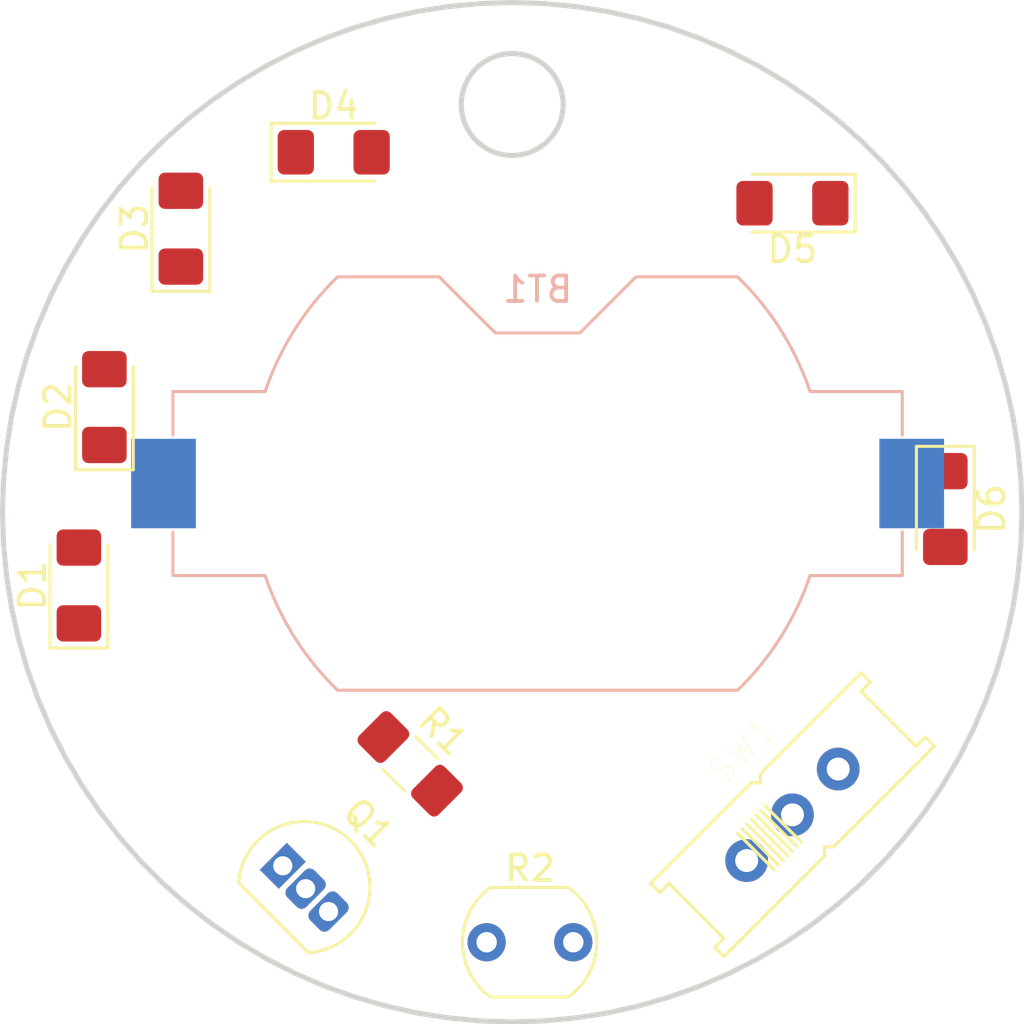
<source format=kicad_pcb>
(kicad_pcb (version 20171130) (host pcbnew "(5.1.6)-1")

  (general
    (thickness 1.6)
    (drawings 200)
    (tracks 0)
    (zones 0)
    (modules 11)
    (nets 6)
  )

  (page A4)
  (layers
    (0 F.Cu signal)
    (31 B.Cu signal)
    (32 B.Adhes user)
    (33 F.Adhes user)
    (34 B.Paste user)
    (35 F.Paste user)
    (36 B.SilkS user)
    (37 F.SilkS user)
    (38 B.Mask user)
    (39 F.Mask user)
    (40 Dwgs.User user)
    (41 Cmts.User user)
    (42 Eco1.User user)
    (43 Eco2.User user)
    (44 Edge.Cuts user)
    (45 Margin user)
    (46 B.CrtYd user)
    (47 F.CrtYd user)
    (48 B.Fab user hide)
    (49 F.Fab user hide)
  )

  (setup
    (last_trace_width 0.25)
    (trace_clearance 0.2)
    (zone_clearance 0.508)
    (zone_45_only no)
    (trace_min 0.2)
    (via_size 0.8)
    (via_drill 0.4)
    (via_min_size 0.4)
    (via_min_drill 0.3)
    (uvia_size 0.3)
    (uvia_drill 0.1)
    (uvias_allowed no)
    (uvia_min_size 0.2)
    (uvia_min_drill 0.1)
    (edge_width 0.05)
    (segment_width 0.2)
    (pcb_text_width 0.3)
    (pcb_text_size 1.5 1.5)
    (mod_edge_width 0.12)
    (mod_text_size 1 1)
    (mod_text_width 0.15)
    (pad_size 1.524 1.524)
    (pad_drill 0.762)
    (pad_to_mask_clearance 0.05)
    (aux_axis_origin 0 0)
    (visible_elements 7FFFFFFF)
    (pcbplotparams
      (layerselection 0x010fc_ffffffff)
      (usegerberextensions false)
      (usegerberattributes true)
      (usegerberadvancedattributes true)
      (creategerberjobfile true)
      (excludeedgelayer true)
      (linewidth 0.100000)
      (plotframeref false)
      (viasonmask false)
      (mode 1)
      (useauxorigin false)
      (hpglpennumber 1)
      (hpglpenspeed 20)
      (hpglpendiameter 15.000000)
      (psnegative false)
      (psa4output false)
      (plotreference true)
      (plotvalue true)
      (plotinvisibletext false)
      (padsonsilk false)
      (subtractmaskfromsilk false)
      (outputformat 1)
      (mirror false)
      (drillshape 1)
      (scaleselection 1)
      (outputdirectory ""))
  )

  (net 0 "")
  (net 1 "Net-(Q1-Pad1)")
  (net 2 "Net-(BT1-Pad2)")
  (net 3 "Net-(BT1-Pad1)")
  (net 4 "Net-(D1-Pad1)")
  (net 5 "Net-(D1-Pad2)")

  (net_class Default "This is the default net class."
    (clearance 0.2)
    (trace_width 0.25)
    (via_dia 0.8)
    (via_drill 0.4)
    (uvia_dia 0.3)
    (uvia_drill 0.1)
    (add_net "Net-(BT1-Pad1)")
    (add_net "Net-(BT1-Pad2)")
    (add_net "Net-(D1-Pad1)")
    (add_net "Net-(D1-Pad2)")
    (add_net "Net-(Q1-Pad1)")
  )

  (module EG1218:EG1218 (layer F.Cu) (tedit 5F6C1A52) (tstamp 5F6C32C9)
    (at 168 112 45)
    (path /5F6AAE13)
    (fp_text reference SW1 (at 0.381 -3.175 45) (layer F.SilkS)
      (effects (font (size 1 1) (thickness 0.015)))
    )
    (fp_text value EG1218 (at 0 0 45) (layer F.Fab)
      (effects (font (size 0.787402 0.787402) (thickness 0.015)))
    )
    (fp_line (start -0.508 -1.016) (end -0.508 1.016) (layer F.SilkS) (width 0.127))
    (fp_line (start -0.762 1.016) (end -0.762 -1.016) (layer F.SilkS) (width 0.127))
    (fp_line (start -1.016 -1.016) (end -1.016 1.016) (layer F.SilkS) (width 0.127))
    (fp_line (start -1.27 1.016) (end -1.27 -1.016) (layer F.SilkS) (width 0.127))
    (fp_line (start -1.524 -1.016) (end -1.524 1.016) (layer F.SilkS) (width 0.127))
    (fp_line (start -1.778 1.016) (end -1.778 -1.016) (layer F.SilkS) (width 0.127))
    (fp_line (start -2.032 -1.016) (end -2.032 1.016) (layer F.SilkS) (width 0.127))
    (fp_line (start -2.286 1.016) (end -2.286 -1.016) (layer Dwgs.User) (width 0.127))
    (fp_line (start 2.286 1.016) (end -2.286 1.016) (layer Dwgs.User) (width 0.127))
    (fp_line (start 2.286 -1.016) (end 2.286 1.016) (layer Dwgs.User) (width 0.127))
    (fp_line (start -2.286 -1.016) (end 2.286 -1.016) (layer Dwgs.User) (width 0.127))
    (fp_line (start -5.842 -1.524) (end -5.842 -2.032) (layer F.SilkS) (width 0.127))
    (fp_line (start -5.334 -1.524) (end -5.842 -1.524) (layer F.SilkS) (width 0.127))
    (fp_line (start -5.334 1.524) (end -5.334 -1.524) (layer F.SilkS) (width 0.127))
    (fp_line (start -5.842 1.524) (end -5.334 1.524) (layer F.SilkS) (width 0.127))
    (fp_line (start -5.842 2.032) (end -5.842 1.524) (layer F.SilkS) (width 0.127))
    (fp_line (start -0.254 2.032) (end -5.842 2.032) (layer F.SilkS) (width 0.127))
    (fp_line (start 0 1.778) (end -0.254 2.032) (layer F.SilkS) (width 0.127))
    (fp_line (start 0.254 2.032) (end 0 1.778) (layer F.SilkS) (width 0.127))
    (fp_line (start 5.842 2.032) (end 0.254 2.032) (layer F.SilkS) (width 0.127))
    (fp_line (start 5.842 1.524) (end 5.842 2.032) (layer F.SilkS) (width 0.127))
    (fp_line (start 5.334 1.524) (end 5.842 1.524) (layer F.SilkS) (width 0.127))
    (fp_line (start 5.334 -1.524) (end 5.334 1.524) (layer F.SilkS) (width 0.127))
    (fp_line (start 5.842 -1.524) (end 5.334 -1.524) (layer F.SilkS) (width 0.127))
    (fp_line (start 5.842 -2.032) (end 5.842 -1.524) (layer F.SilkS) (width 0.127))
    (fp_line (start 0.254 -2.032) (end 5.842 -2.032) (layer F.SilkS) (width 0.127))
    (fp_line (start 0 -1.778) (end 0.254 -2.032) (layer F.SilkS) (width 0.127))
    (fp_line (start -0.254 -2.032) (end 0 -1.778) (layer F.SilkS) (width 0.127))
    (fp_line (start -5.842 -2.032) (end -0.254 -2.032) (layer F.SilkS) (width 0.127))
    (pad 2 thru_hole circle (at 0 0 45) (size 1.6764 1.6764) (drill 0.9) (layers *.Cu *.Mask)
      (net 3 "Net-(BT1-Pad1)"))
    (pad 1 thru_hole circle (at -2.54 0 45) (size 1.6764 1.6764) (drill 0.9) (layers *.Cu *.Mask))
    (pad 3 thru_hole circle (at 2.54 0 45) (size 1.6764 1.6764) (drill 0.9) (layers *.Cu *.Mask)
      (net 5 "Net-(D1-Pad2)"))
    (model ${KIPRJMOD}/EG1218/EG1218--3DModel-STEP-56544.STEP
      (offset (xyz 0 0 2.5))
      (scale (xyz 1 1 1))
      (rotate (xyz -90 0 0))
    )
  )

  (module Battery:BatteryHolder_Keystone_1058_1x2032 (layer B.Cu) (tedit 589EE147) (tstamp 5F6C1EC9)
    (at 158 99)
    (descr http://www.keyelco.com/product-pdf.cfm?p=14028)
    (tags "Keystone type 1058 coin cell retainer")
    (path /5F6A9B6D)
    (attr smd)
    (fp_text reference BT1 (at 0 -7.62) (layer B.SilkS)
      (effects (font (size 1 1) (thickness 0.15)) (justify mirror))
    )
    (fp_text value CR2032 (at 0 9.398) (layer B.Fab)
      (effects (font (size 1 1) (thickness 0.15)) (justify mirror))
    )
    (fp_line (start 11.06 -4.11) (end 16.45 -4.11) (layer B.CrtYd) (width 0.05))
    (fp_line (start 16.45 -4.11) (end 16.45 4.11) (layer B.CrtYd) (width 0.05))
    (fp_line (start 16.45 4.11) (end 11.06 4.11) (layer B.CrtYd) (width 0.05))
    (fp_line (start -16.45 4.11) (end -11.06 4.11) (layer B.CrtYd) (width 0.05))
    (fp_line (start -16.45 4.11) (end -16.45 -4.11) (layer B.CrtYd) (width 0.05))
    (fp_line (start -16.45 -4.11) (end -11.06 -4.11) (layer B.CrtYd) (width 0.05))
    (fp_line (start -14.31 -1.9) (end -14.31 -3.61) (layer B.SilkS) (width 0.12))
    (fp_line (start -10.692 -3.61) (end -14.31 -3.61) (layer B.SilkS) (width 0.12))
    (fp_line (start -3.86 -8.11) (end -7.8473 -8.11) (layer B.SilkS) (width 0.12))
    (fp_line (start -1.66 -5.91) (end -3.86 -8.11) (layer B.SilkS) (width 0.12))
    (fp_line (start 1.66 -5.91) (end -1.66 -5.91) (layer B.SilkS) (width 0.12))
    (fp_line (start 1.66 -5.91) (end 3.86 -8.11) (layer B.SilkS) (width 0.12))
    (fp_line (start 7.8473 -8.11) (end 3.86 -8.11) (layer B.SilkS) (width 0.12))
    (fp_line (start 14.31 -1.9) (end 14.31 -3.61) (layer B.SilkS) (width 0.12))
    (fp_line (start 14.31 -3.61) (end 10.692 -3.61) (layer B.SilkS) (width 0.12))
    (fp_line (start 10.692 3.61) (end 14.31 3.61) (layer B.SilkS) (width 0.12))
    (fp_line (start 14.31 1.9) (end 14.31 3.61) (layer B.SilkS) (width 0.12))
    (fp_line (start -7.8473 8.11) (end 7.8473 8.11) (layer B.SilkS) (width 0.12))
    (fp_line (start -14.31 1.9) (end -14.31 3.61) (layer B.SilkS) (width 0.12))
    (fp_line (start -14.31 3.61) (end -10.692 3.61) (layer B.SilkS) (width 0.12))
    (fp_line (start 14.2 -1.9) (end 14.2 -3.5) (layer B.Fab) (width 0.1))
    (fp_line (start 14.2 -3.5) (end 10.61275 -3.5) (layer B.Fab) (width 0.1))
    (fp_line (start 10.61275 3.5) (end 14.2 3.5) (layer B.Fab) (width 0.1))
    (fp_line (start 14.2 3.5) (end 14.2 1.9) (layer B.Fab) (width 0.1))
    (fp_line (start -14.2 -1.9) (end -14.2 -3.5) (layer B.Fab) (width 0.1))
    (fp_line (start -14.2 -3.5) (end -10.61275 -3.5) (layer B.Fab) (width 0.1))
    (fp_line (start 3.9 -8) (end 7.8026 -8) (layer B.Fab) (width 0.1))
    (fp_line (start 1.7 -5.8) (end 3.9 -8) (layer B.Fab) (width 0.1))
    (fp_line (start -1.7 -5.8) (end -3.9 -8) (layer B.Fab) (width 0.1))
    (fp_line (start -1.7 -5.8) (end 1.7 -5.8) (layer B.Fab) (width 0.1))
    (fp_line (start -14.2 3.5) (end -10.61275 3.5) (layer B.Fab) (width 0.1))
    (fp_line (start -14.2 3.5) (end -14.2 1.9) (layer B.Fab) (width 0.1))
    (fp_line (start -3.9 -8) (end -7.8026 -8) (layer B.Fab) (width 0.1))
    (fp_line (start -7.8026 8) (end 7.8026 8) (layer B.Fab) (width 0.1))
    (fp_circle (center 0 0) (end 10 0) (layer Dwgs.User) (width 0.15))
    (fp_text user %R (at 0 0) (layer B.Fab)
      (effects (font (size 1 1) (thickness 0.15)) (justify mirror))
    )
    (fp_arc (start 0 0) (end 11.06 -4.11) (angle -139.2) (layer B.CrtYd) (width 0.05))
    (fp_arc (start 0 0) (end -11.06 4.11) (angle -139.2) (layer B.CrtYd) (width 0.05))
    (fp_arc (start 0 0) (end -10.692 -3.61) (angle 27.3) (layer B.SilkS) (width 0.12))
    (fp_arc (start 0 0) (end 10.692 3.61) (angle 27.3) (layer B.SilkS) (width 0.12))
    (fp_arc (start 0 0) (end 10.692 -3.61) (angle -27.3) (layer B.SilkS) (width 0.12))
    (fp_arc (start 0 0) (end -10.692 3.61) (angle -27.3) (layer B.SilkS) (width 0.12))
    (fp_arc (start 0 0) (end -10.61275 -3.5) (angle 27.4635) (layer B.Fab) (width 0.1))
    (fp_arc (start 0 0) (end 10.61275 3.5) (angle 27.4635) (layer B.Fab) (width 0.1))
    (fp_arc (start 0 0) (end 10.61275 -3.5) (angle -27.4635) (layer B.Fab) (width 0.1))
    (fp_arc (start 0 0) (end -10.61275 3.5) (angle -27.4635) (layer B.Fab) (width 0.1))
    (pad 1 smd rect (at -14.68 0) (size 2.54 3.51) (layers B.Cu B.Paste B.Mask)
      (net 3 "Net-(BT1-Pad1)"))
    (pad 2 smd rect (at 14.68 0) (size 2.54 3.51) (layers B.Cu B.Paste B.Mask)
      (net 2 "Net-(BT1-Pad2)"))
    (model ${KISYS3DMOD}/Battery.3dshapes/BatteryHolder_Keystone_1058_1x2032.wrl
      (at (xyz 0 0 0))
      (scale (xyz 1 1 1))
      (rotate (xyz 0 0 0))
    )
  )

  (module LED_SMD:LED_1206_3216Metric_Pad1.42x1.75mm_HandSolder (layer F.Cu) (tedit 5B4B45C9) (tstamp 5F6C1EDC)
    (at 140 103 90)
    (descr "LED SMD 1206 (3216 Metric), square (rectangular) end terminal, IPC_7351 nominal, (Body size source: http://www.tortai-tech.com/upload/download/2011102023233369053.pdf), generated with kicad-footprint-generator")
    (tags "LED handsolder")
    (path /5F6A8655)
    (attr smd)
    (fp_text reference D1 (at 0 -1.82 90) (layer F.SilkS)
      (effects (font (size 1 1) (thickness 0.15)))
    )
    (fp_text value LED (at 0 1.82 90) (layer F.Fab)
      (effects (font (size 1 1) (thickness 0.15)))
    )
    (fp_line (start 1.6 -0.8) (end -1.2 -0.8) (layer F.Fab) (width 0.1))
    (fp_line (start -1.2 -0.8) (end -1.6 -0.4) (layer F.Fab) (width 0.1))
    (fp_line (start -1.6 -0.4) (end -1.6 0.8) (layer F.Fab) (width 0.1))
    (fp_line (start -1.6 0.8) (end 1.6 0.8) (layer F.Fab) (width 0.1))
    (fp_line (start 1.6 0.8) (end 1.6 -0.8) (layer F.Fab) (width 0.1))
    (fp_line (start 1.6 -1.135) (end -2.46 -1.135) (layer F.SilkS) (width 0.12))
    (fp_line (start -2.46 -1.135) (end -2.46 1.135) (layer F.SilkS) (width 0.12))
    (fp_line (start -2.46 1.135) (end 1.6 1.135) (layer F.SilkS) (width 0.12))
    (fp_line (start -2.45 1.12) (end -2.45 -1.12) (layer F.CrtYd) (width 0.05))
    (fp_line (start -2.45 -1.12) (end 2.45 -1.12) (layer F.CrtYd) (width 0.05))
    (fp_line (start 2.45 -1.12) (end 2.45 1.12) (layer F.CrtYd) (width 0.05))
    (fp_line (start 2.45 1.12) (end -2.45 1.12) (layer F.CrtYd) (width 0.05))
    (fp_text user %R (at 0 0 90) (layer F.Fab)
      (effects (font (size 0.8 0.8) (thickness 0.12)))
    )
    (pad 1 smd roundrect (at -1.4875 0 90) (size 1.425 1.75) (layers F.Cu F.Paste F.Mask) (roundrect_rratio 0.175439)
      (net 4 "Net-(D1-Pad1)"))
    (pad 2 smd roundrect (at 1.4875 0 90) (size 1.425 1.75) (layers F.Cu F.Paste F.Mask) (roundrect_rratio 0.175439)
      (net 5 "Net-(D1-Pad2)"))
    (model ${KISYS3DMOD}/LED_SMD.3dshapes/LED_1206_3216Metric.wrl
      (at (xyz 0 0 0))
      (scale (xyz 1 1 1))
      (rotate (xyz 0 0 0))
    )
  )

  (module LED_SMD:LED_1206_3216Metric_Pad1.42x1.75mm_HandSolder (layer F.Cu) (tedit 5B4B45C9) (tstamp 5F6C1EEF)
    (at 141 96 90)
    (descr "LED SMD 1206 (3216 Metric), square (rectangular) end terminal, IPC_7351 nominal, (Body size source: http://www.tortai-tech.com/upload/download/2011102023233369053.pdf), generated with kicad-footprint-generator")
    (tags "LED handsolder")
    (path /5F6AF92E)
    (attr smd)
    (fp_text reference D2 (at 0 -1.82 90) (layer F.SilkS)
      (effects (font (size 1 1) (thickness 0.15)))
    )
    (fp_text value LED (at 0 1.82 90) (layer F.Fab)
      (effects (font (size 1 1) (thickness 0.15)))
    )
    (fp_line (start 2.45 1.12) (end -2.45 1.12) (layer F.CrtYd) (width 0.05))
    (fp_line (start 2.45 -1.12) (end 2.45 1.12) (layer F.CrtYd) (width 0.05))
    (fp_line (start -2.45 -1.12) (end 2.45 -1.12) (layer F.CrtYd) (width 0.05))
    (fp_line (start -2.45 1.12) (end -2.45 -1.12) (layer F.CrtYd) (width 0.05))
    (fp_line (start -2.46 1.135) (end 1.6 1.135) (layer F.SilkS) (width 0.12))
    (fp_line (start -2.46 -1.135) (end -2.46 1.135) (layer F.SilkS) (width 0.12))
    (fp_line (start 1.6 -1.135) (end -2.46 -1.135) (layer F.SilkS) (width 0.12))
    (fp_line (start 1.6 0.8) (end 1.6 -0.8) (layer F.Fab) (width 0.1))
    (fp_line (start -1.6 0.8) (end 1.6 0.8) (layer F.Fab) (width 0.1))
    (fp_line (start -1.6 -0.4) (end -1.6 0.8) (layer F.Fab) (width 0.1))
    (fp_line (start -1.2 -0.8) (end -1.6 -0.4) (layer F.Fab) (width 0.1))
    (fp_line (start 1.6 -0.8) (end -1.2 -0.8) (layer F.Fab) (width 0.1))
    (fp_text user %R (at 0 0 90) (layer F.Fab)
      (effects (font (size 0.8 0.8) (thickness 0.12)))
    )
    (pad 2 smd roundrect (at 1.4875 0 90) (size 1.425 1.75) (layers F.Cu F.Paste F.Mask) (roundrect_rratio 0.175439)
      (net 5 "Net-(D1-Pad2)"))
    (pad 1 smd roundrect (at -1.4875 0 90) (size 1.425 1.75) (layers F.Cu F.Paste F.Mask) (roundrect_rratio 0.175439)
      (net 4 "Net-(D1-Pad1)"))
    (model ${KISYS3DMOD}/LED_SMD.3dshapes/LED_1206_3216Metric.wrl
      (at (xyz 0 0 0))
      (scale (xyz 1 1 1))
      (rotate (xyz 0 0 0))
    )
  )

  (module LED_SMD:LED_1206_3216Metric_Pad1.42x1.75mm_HandSolder (layer F.Cu) (tedit 5B4B45C9) (tstamp 5F6C1F02)
    (at 144 89 90)
    (descr "LED SMD 1206 (3216 Metric), square (rectangular) end terminal, IPC_7351 nominal, (Body size source: http://www.tortai-tech.com/upload/download/2011102023233369053.pdf), generated with kicad-footprint-generator")
    (tags "LED handsolder")
    (path /5F6AFD7E)
    (attr smd)
    (fp_text reference D3 (at 0 -1.82 90) (layer F.SilkS)
      (effects (font (size 1 1) (thickness 0.15)))
    )
    (fp_text value LED (at 0 1.82 90) (layer F.Fab)
      (effects (font (size 1 1) (thickness 0.15)))
    )
    (fp_line (start 1.6 -0.8) (end -1.2 -0.8) (layer F.Fab) (width 0.1))
    (fp_line (start -1.2 -0.8) (end -1.6 -0.4) (layer F.Fab) (width 0.1))
    (fp_line (start -1.6 -0.4) (end -1.6 0.8) (layer F.Fab) (width 0.1))
    (fp_line (start -1.6 0.8) (end 1.6 0.8) (layer F.Fab) (width 0.1))
    (fp_line (start 1.6 0.8) (end 1.6 -0.8) (layer F.Fab) (width 0.1))
    (fp_line (start 1.6 -1.135) (end -2.46 -1.135) (layer F.SilkS) (width 0.12))
    (fp_line (start -2.46 -1.135) (end -2.46 1.135) (layer F.SilkS) (width 0.12))
    (fp_line (start -2.46 1.135) (end 1.6 1.135) (layer F.SilkS) (width 0.12))
    (fp_line (start -2.45 1.12) (end -2.45 -1.12) (layer F.CrtYd) (width 0.05))
    (fp_line (start -2.45 -1.12) (end 2.45 -1.12) (layer F.CrtYd) (width 0.05))
    (fp_line (start 2.45 -1.12) (end 2.45 1.12) (layer F.CrtYd) (width 0.05))
    (fp_line (start 2.45 1.12) (end -2.45 1.12) (layer F.CrtYd) (width 0.05))
    (fp_text user %R (at 0 0 90) (layer F.Fab)
      (effects (font (size 0.8 0.8) (thickness 0.12)))
    )
    (pad 1 smd roundrect (at -1.4875 0 90) (size 1.425 1.75) (layers F.Cu F.Paste F.Mask) (roundrect_rratio 0.175439)
      (net 4 "Net-(D1-Pad1)"))
    (pad 2 smd roundrect (at 1.4875 0 90) (size 1.425 1.75) (layers F.Cu F.Paste F.Mask) (roundrect_rratio 0.175439)
      (net 5 "Net-(D1-Pad2)"))
    (model ${KISYS3DMOD}/LED_SMD.3dshapes/LED_1206_3216Metric.wrl
      (at (xyz 0 0 0))
      (scale (xyz 1 1 1))
      (rotate (xyz 0 0 0))
    )
  )

  (module LED_SMD:LED_1206_3216Metric_Pad1.42x1.75mm_HandSolder (layer F.Cu) (tedit 5B4B45C9) (tstamp 5F6C1F15)
    (at 150 86)
    (descr "LED SMD 1206 (3216 Metric), square (rectangular) end terminal, IPC_7351 nominal, (Body size source: http://www.tortai-tech.com/upload/download/2011102023233369053.pdf), generated with kicad-footprint-generator")
    (tags "LED handsolder")
    (path /5F6B0D48)
    (attr smd)
    (fp_text reference D4 (at 0 -1.82) (layer F.SilkS)
      (effects (font (size 1 1) (thickness 0.15)))
    )
    (fp_text value LED (at 0 1.82) (layer F.Fab)
      (effects (font (size 1 1) (thickness 0.15)))
    )
    (fp_line (start 2.45 1.12) (end -2.45 1.12) (layer F.CrtYd) (width 0.05))
    (fp_line (start 2.45 -1.12) (end 2.45 1.12) (layer F.CrtYd) (width 0.05))
    (fp_line (start -2.45 -1.12) (end 2.45 -1.12) (layer F.CrtYd) (width 0.05))
    (fp_line (start -2.45 1.12) (end -2.45 -1.12) (layer F.CrtYd) (width 0.05))
    (fp_line (start -2.46 1.135) (end 1.6 1.135) (layer F.SilkS) (width 0.12))
    (fp_line (start -2.46 -1.135) (end -2.46 1.135) (layer F.SilkS) (width 0.12))
    (fp_line (start 1.6 -1.135) (end -2.46 -1.135) (layer F.SilkS) (width 0.12))
    (fp_line (start 1.6 0.8) (end 1.6 -0.8) (layer F.Fab) (width 0.1))
    (fp_line (start -1.6 0.8) (end 1.6 0.8) (layer F.Fab) (width 0.1))
    (fp_line (start -1.6 -0.4) (end -1.6 0.8) (layer F.Fab) (width 0.1))
    (fp_line (start -1.2 -0.8) (end -1.6 -0.4) (layer F.Fab) (width 0.1))
    (fp_line (start 1.6 -0.8) (end -1.2 -0.8) (layer F.Fab) (width 0.1))
    (fp_text user %R (at 0 0) (layer F.Fab)
      (effects (font (size 0.8 0.8) (thickness 0.12)))
    )
    (pad 2 smd roundrect (at 1.4875 0) (size 1.425 1.75) (layers F.Cu F.Paste F.Mask) (roundrect_rratio 0.175439)
      (net 5 "Net-(D1-Pad2)"))
    (pad 1 smd roundrect (at -1.4875 0) (size 1.425 1.75) (layers F.Cu F.Paste F.Mask) (roundrect_rratio 0.175439)
      (net 4 "Net-(D1-Pad1)"))
    (model ${KISYS3DMOD}/LED_SMD.3dshapes/LED_1206_3216Metric.wrl
      (at (xyz 0 0 0))
      (scale (xyz 1 1 1))
      (rotate (xyz 0 0 0))
    )
  )

  (module LED_SMD:LED_1206_3216Metric_Pad1.42x1.75mm_HandSolder (layer F.Cu) (tedit 5B4B45C9) (tstamp 5F6C1F28)
    (at 168 88 180)
    (descr "LED SMD 1206 (3216 Metric), square (rectangular) end terminal, IPC_7351 nominal, (Body size source: http://www.tortai-tech.com/upload/download/2011102023233369053.pdf), generated with kicad-footprint-generator")
    (tags "LED handsolder")
    (path /5F6B0D52)
    (attr smd)
    (fp_text reference D5 (at 0 -1.82) (layer F.SilkS)
      (effects (font (size 1 1) (thickness 0.15)))
    )
    (fp_text value LED (at 0 1.82) (layer F.Fab)
      (effects (font (size 1 1) (thickness 0.15)))
    )
    (fp_line (start 1.6 -0.8) (end -1.2 -0.8) (layer F.Fab) (width 0.1))
    (fp_line (start -1.2 -0.8) (end -1.6 -0.4) (layer F.Fab) (width 0.1))
    (fp_line (start -1.6 -0.4) (end -1.6 0.8) (layer F.Fab) (width 0.1))
    (fp_line (start -1.6 0.8) (end 1.6 0.8) (layer F.Fab) (width 0.1))
    (fp_line (start 1.6 0.8) (end 1.6 -0.8) (layer F.Fab) (width 0.1))
    (fp_line (start 1.6 -1.135) (end -2.46 -1.135) (layer F.SilkS) (width 0.12))
    (fp_line (start -2.46 -1.135) (end -2.46 1.135) (layer F.SilkS) (width 0.12))
    (fp_line (start -2.46 1.135) (end 1.6 1.135) (layer F.SilkS) (width 0.12))
    (fp_line (start -2.45 1.12) (end -2.45 -1.12) (layer F.CrtYd) (width 0.05))
    (fp_line (start -2.45 -1.12) (end 2.45 -1.12) (layer F.CrtYd) (width 0.05))
    (fp_line (start 2.45 -1.12) (end 2.45 1.12) (layer F.CrtYd) (width 0.05))
    (fp_line (start 2.45 1.12) (end -2.45 1.12) (layer F.CrtYd) (width 0.05))
    (fp_text user %R (at 0 0) (layer F.Fab)
      (effects (font (size 0.8 0.8) (thickness 0.12)))
    )
    (pad 1 smd roundrect (at -1.4875 0 180) (size 1.425 1.75) (layers F.Cu F.Paste F.Mask) (roundrect_rratio 0.175439)
      (net 4 "Net-(D1-Pad1)"))
    (pad 2 smd roundrect (at 1.4875 0 180) (size 1.425 1.75) (layers F.Cu F.Paste F.Mask) (roundrect_rratio 0.175439)
      (net 5 "Net-(D1-Pad2)"))
    (model ${KISYS3DMOD}/LED_SMD.3dshapes/LED_1206_3216Metric.wrl
      (at (xyz 0 0 0))
      (scale (xyz 1 1 1))
      (rotate (xyz 0 0 0))
    )
  )

  (module LED_SMD:LED_1206_3216Metric_Pad1.42x1.75mm_HandSolder (layer F.Cu) (tedit 5B4B45C9) (tstamp 5F6C1F3B)
    (at 174 100 270)
    (descr "LED SMD 1206 (3216 Metric), square (rectangular) end terminal, IPC_7351 nominal, (Body size source: http://www.tortai-tech.com/upload/download/2011102023233369053.pdf), generated with kicad-footprint-generator")
    (tags "LED handsolder")
    (path /5F6B0D5C)
    (attr smd)
    (fp_text reference D6 (at 0 -1.82 90) (layer F.SilkS)
      (effects (font (size 1 1) (thickness 0.15)))
    )
    (fp_text value LED (at 0 1.82 90) (layer F.Fab)
      (effects (font (size 1 1) (thickness 0.15)))
    )
    (fp_line (start 2.45 1.12) (end -2.45 1.12) (layer F.CrtYd) (width 0.05))
    (fp_line (start 2.45 -1.12) (end 2.45 1.12) (layer F.CrtYd) (width 0.05))
    (fp_line (start -2.45 -1.12) (end 2.45 -1.12) (layer F.CrtYd) (width 0.05))
    (fp_line (start -2.45 1.12) (end -2.45 -1.12) (layer F.CrtYd) (width 0.05))
    (fp_line (start -2.46 1.135) (end 1.6 1.135) (layer F.SilkS) (width 0.12))
    (fp_line (start -2.46 -1.135) (end -2.46 1.135) (layer F.SilkS) (width 0.12))
    (fp_line (start 1.6 -1.135) (end -2.46 -1.135) (layer F.SilkS) (width 0.12))
    (fp_line (start 1.6 0.8) (end 1.6 -0.8) (layer F.Fab) (width 0.1))
    (fp_line (start -1.6 0.8) (end 1.6 0.8) (layer F.Fab) (width 0.1))
    (fp_line (start -1.6 -0.4) (end -1.6 0.8) (layer F.Fab) (width 0.1))
    (fp_line (start -1.2 -0.8) (end -1.6 -0.4) (layer F.Fab) (width 0.1))
    (fp_line (start 1.6 -0.8) (end -1.2 -0.8) (layer F.Fab) (width 0.1))
    (fp_text user %R (at 0 0 90) (layer F.Fab)
      (effects (font (size 0.8 0.8) (thickness 0.12)))
    )
    (pad 2 smd roundrect (at 1.4875 0 270) (size 1.425 1.75) (layers F.Cu F.Paste F.Mask) (roundrect_rratio 0.175439)
      (net 5 "Net-(D1-Pad2)"))
    (pad 1 smd roundrect (at -1.4875 0 270) (size 1.425 1.75) (layers F.Cu F.Paste F.Mask) (roundrect_rratio 0.175439)
      (net 4 "Net-(D1-Pad1)"))
    (model ${KISYS3DMOD}/LED_SMD.3dshapes/LED_1206_3216Metric.wrl
      (at (xyz 0 0 0))
      (scale (xyz 1 1 1))
      (rotate (xyz 0 0 0))
    )
  )

  (module Resistor_SMD:R_1206_3216Metric_Pad1.42x1.75mm_HandSolder (layer F.Cu) (tedit 5B301BBD) (tstamp 5F6C1F5E)
    (at 153 110 315)
    (descr "Resistor SMD 1206 (3216 Metric), square (rectangular) end terminal, IPC_7351 nominal with elongated pad for handsoldering. (Body size source: http://www.tortai-tech.com/upload/download/2011102023233369053.pdf), generated with kicad-footprint-generator")
    (tags "resistor handsolder")
    (path /5F6AC228)
    (attr smd)
    (fp_text reference R1 (at 0 -1.82 135) (layer F.SilkS)
      (effects (font (size 1 1) (thickness 0.15)))
    )
    (fp_text value 100k (at 0 1.82 135) (layer F.Fab)
      (effects (font (size 1 1) (thickness 0.15)))
    )
    (fp_line (start -1.6 0.8) (end -1.6 -0.8) (layer F.Fab) (width 0.1))
    (fp_line (start -1.6 -0.8) (end 1.6 -0.8) (layer F.Fab) (width 0.1))
    (fp_line (start 1.6 -0.8) (end 1.6 0.8) (layer F.Fab) (width 0.1))
    (fp_line (start 1.6 0.8) (end -1.6 0.8) (layer F.Fab) (width 0.1))
    (fp_line (start -0.602064 -0.91) (end 0.602064 -0.91) (layer F.SilkS) (width 0.12))
    (fp_line (start -0.602064 0.91) (end 0.602064 0.91) (layer F.SilkS) (width 0.12))
    (fp_line (start -2.45 1.12) (end -2.45 -1.12) (layer F.CrtYd) (width 0.05))
    (fp_line (start -2.45 -1.12) (end 2.45 -1.12) (layer F.CrtYd) (width 0.05))
    (fp_line (start 2.45 -1.12) (end 2.45 1.12) (layer F.CrtYd) (width 0.05))
    (fp_line (start 2.45 1.12) (end -2.45 1.12) (layer F.CrtYd) (width 0.05))
    (fp_text user %R (at 0 0 135) (layer F.Fab)
      (effects (font (size 0.8 0.8) (thickness 0.12)))
    )
    (pad 1 smd roundrect (at -1.4875 0 315) (size 1.425 1.75) (layers F.Cu F.Paste F.Mask) (roundrect_rratio 0.175439)
      (net 5 "Net-(D1-Pad2)"))
    (pad 2 smd roundrect (at 1.4875 0 315) (size 1.425 1.75) (layers F.Cu F.Paste F.Mask) (roundrect_rratio 0.175439)
      (net 1 "Net-(Q1-Pad1)"))
    (model ${KISYS3DMOD}/Resistor_SMD.3dshapes/R_1206_3216Metric.wrl
      (at (xyz 0 0 0))
      (scale (xyz 1 1 1))
      (rotate (xyz 0 0 0))
    )
  )

  (module OptoDevice:R_LDR_5.1x4.3mm_P3.4mm_Vertical (layer F.Cu) (tedit 5B8603DB) (tstamp 5F6C1F5F)
    (at 156 117)
    (descr "Resistor, LDR 5.1x3.4mm, see http://yourduino.com/docs/Photoresistor-5516-datasheet.pdf")
    (tags "Resistor LDR5.1x3.4mm")
    (path /5F6ADBE9)
    (fp_text reference R2 (at 1.7 -2.9) (layer F.SilkS)
      (effects (font (size 1 1) (thickness 0.15)))
    )
    (fp_text value LDR (at 1.5 3) (layer F.Fab)
      (effects (font (size 1 1) (thickness 0.15)))
    )
    (fp_line (start 0.15 2.15) (end 3.2 2.15) (layer F.SilkS) (width 0.12))
    (fp_line (start 0.15 -2.15) (end 3.2 -2.15) (layer F.SilkS) (width 0.12))
    (fp_line (start 1 0) (end 2.3 0) (layer F.Fab) (width 0.1))
    (fp_line (start 2.3 0) (end 2.3 -0.6) (layer F.Fab) (width 0.1))
    (fp_line (start 2.3 -0.6) (end 0.8 -0.6) (layer F.Fab) (width 0.1))
    (fp_line (start 2.6 0.6) (end 1 0.6) (layer F.Fab) (width 0.1))
    (fp_line (start 0.8 -1.8) (end 2.6 -1.8) (layer F.Fab) (width 0.1))
    (fp_line (start 2.6 -1.8) (end 2.6 -1.2) (layer F.Fab) (width 0.1))
    (fp_line (start 2.6 -1.2) (end 0.8 -1.2) (layer F.Fab) (width 0.1))
    (fp_line (start 0.8 -1.2) (end 0.8 -0.6) (layer F.Fab) (width 0.1))
    (fp_line (start 1 0) (end 1 0.6) (layer F.Fab) (width 0.1))
    (fp_line (start 2.6 0.6) (end 2.6 1.2) (layer F.Fab) (width 0.1))
    (fp_line (start 2.6 1.2) (end 0.8 1.2) (layer F.Fab) (width 0.1))
    (fp_line (start 0.8 1.2) (end 0.8 1.8) (layer F.Fab) (width 0.1))
    (fp_line (start 0.8 1.8) (end 2.6 1.8) (layer F.Fab) (width 0.1))
    (fp_line (start 3.2 2.1) (end 0.2 2.1) (layer F.Fab) (width 0.1))
    (fp_line (start 0.2 -2.1) (end 3.2 -2.1) (layer F.Fab) (width 0.1))
    (fp_line (start -1.13 -2.35) (end 4.53 -2.35) (layer F.CrtYd) (width 0.05))
    (fp_line (start -1.13 -2.35) (end -1.13 2.35) (layer F.CrtYd) (width 0.05))
    (fp_line (start 4.53 2.35) (end 4.53 -2.35) (layer F.CrtYd) (width 0.05))
    (fp_line (start 4.53 2.35) (end -1.13 2.35) (layer F.CrtYd) (width 0.05))
    (fp_text user %R (at 1.7 -2.9) (layer F.Fab)
      (effects (font (size 1 1) (thickness 0.15)))
    )
    (fp_arc (start 1.7 0) (end 0.15 2.15) (angle 109) (layer F.SilkS) (width 0.12))
    (fp_arc (start 1.7 0) (end 3.2 -2.15) (angle 109) (layer F.SilkS) (width 0.12))
    (fp_arc (start 1.7 0) (end 3.2 -2.1) (angle 109) (layer F.Fab) (width 0.1))
    (fp_arc (start 1.7 0) (end 0.2 2.1) (angle 109) (layer F.Fab) (width 0.1))
    (pad 1 thru_hole circle (at 0 0) (size 1.5 1.5) (drill 0.8) (layers *.Cu *.Mask)
      (net 1 "Net-(Q1-Pad1)"))
    (pad 2 thru_hole circle (at 3.4 0) (size 1.5 1.5) (drill 0.8) (layers *.Cu *.Mask)
      (net 2 "Net-(BT1-Pad2)"))
    (model ${KISYS3DMOD}/OptoDevice.3dshapes/R_LDR_5.1x4.3mm_P3.4mm_Vertical.wrl
      (at (xyz 0 0 0))
      (scale (xyz 1 1 1))
      (rotate (xyz 0 0 0))
    )
  )

  (module Package_TO_SOT_THT:TO-92L_Inline (layer F.Cu) (tedit 5A279A44) (tstamp 5F6C7D1B)
    (at 148 114 315)
    (descr "TO-92L leads in-line (large body variant of TO-92), also known as TO-226, wide, drill 0.75mm (see https://www.diodes.com/assets/Package-Files/TO92L.pdf and http://www.ti.com/lit/an/snoa059/snoa059.pdf)")
    (tags "TO-92L Inline Wide transistor")
    (path /5F6AE8AF)
    (fp_text reference Q1 (at 1.19 -3.56 135) (layer F.SilkS)
      (effects (font (size 1 1) (thickness 0.15)))
    )
    (fp_text value BC547 (at 1.19 2.79 135) (layer F.Fab)
      (effects (font (size 1 1) (thickness 0.15)))
    )
    (fp_line (start 3.95 1.85) (end -1.55 1.85) (layer F.CrtYd) (width 0.05))
    (fp_line (start 3.95 1.85) (end 3.95 -2.75) (layer F.CrtYd) (width 0.05))
    (fp_line (start -1.55 -2.75) (end -1.55 1.85) (layer F.CrtYd) (width 0.05))
    (fp_line (start -1.55 -2.75) (end 3.95 -2.75) (layer F.CrtYd) (width 0.05))
    (fp_line (start -0.7 1.6) (end 3.05 1.6) (layer F.Fab) (width 0.1))
    (fp_line (start -0.75 1.7) (end 3.1 1.7) (layer F.SilkS) (width 0.12))
    (fp_text user %R (at 1.19 -3.56 135) (layer F.Fab)
      (effects (font (size 1 1) (thickness 0.15)))
    )
    (fp_arc (start 1.19 0) (end -0.75 1.7) (angle 262.164354) (layer F.SilkS) (width 0.12))
    (fp_arc (start 1.19 0) (end 1.19 -2.48) (angle 129.9527847) (layer F.Fab) (width 0.1))
    (fp_arc (start 1.19 0) (end 1.19 -2.48) (angle -130.2499344) (layer F.Fab) (width 0.1))
    (pad 2 thru_hole roundrect (at 1.27 0 315) (size 1.05 1.5) (drill 0.75) (layers *.Cu *.Mask) (roundrect_rratio 0.25)
      (net 4 "Net-(D1-Pad1)"))
    (pad 3 thru_hole roundrect (at 2.54 0 315) (size 1.05 1.5) (drill 0.75) (layers *.Cu *.Mask) (roundrect_rratio 0.25)
      (net 2 "Net-(BT1-Pad2)"))
    (pad 1 thru_hole rect (at 0 0 315) (size 1.05 1.5) (drill 0.75) (layers *.Cu *.Mask)
      (net 1 "Net-(Q1-Pad1)"))
    (model ${KISYS3DMOD}/Package_TO_SOT_THT.3dshapes/TO-92L_Inline.wrl
      (at (xyz 0 0 0))
      (scale (xyz 1 1 1))
      (rotate (xyz 0 0 0))
    )
  )

  (gr_line (start 155.31531 85.197299) (end 155.25134 85.089099) (layer Edge.Cuts) (width 0.2))
  (gr_line (start 155.0079 84) (end 155.01973 83.8749) (layer Edge.Cuts) (width 0.2))
  (gr_line (start 155.0079 84.251199) (end 155.00395 84.125599) (layer Edge.Cuts) (width 0.2))
  (gr_line (start 156.040449 85.878199) (end 155.93231 85.814299) (layer Edge.Cuts) (width 0.2))
  (gr_line (start 156.385923 86.027699) (end 156.267713 85.985199) (layer Edge.Cuts) (width 0.2))
  (gr_line (start 158.62198 85.301199) (end 158.54497 85.400499) (layer Edge.Cuts) (width 0.2))
  (gr_line (start 156.267713 85.985199) (end 156.152403 85.935299) (layer Edge.Cuts) (width 0.2))
  (gr_line (start 155.03938 84.500399) (end 155.01973 84.376299) (layer Edge.Cuts) (width 0.2))
  (gr_line (start 156.152403 85.935299) (end 156.040449 85.878199) (layer Edge.Cuts) (width 0.2))
  (gr_line (start 155.38592 85.301199) (end 155.31531 85.197299) (layer Edge.Cuts) (width 0.2))
  (gr_line (start 157.621977 86.027699) (end 157.501325 86.062799) (layer Edge.Cuts) (width 0.2))
  (gr_line (start 158.90605 84.743599) (end 158.86349 84.861899) (layer Edge.Cuts) (width 0.2))
  (gr_line (start 156.87837 86.121699) (end 156.753294 86.109799) (layer Edge.Cuts) (width 0.2))
  (gr_line (start 155.01973 84.376299) (end 155.0079 84.251199) (layer Edge.Cuts) (width 0.2))
  (gr_line (start 155.46293 85.400499) (end 155.38592 85.301199) (layer Edge.Cuts) (width 0.2))
  (gr_line (start 155.82838 85.743599) (end 155.72911 85.666599) (layer Edge.Cuts) (width 0.2))
  (gr_line (start 158.75656 85.089099) (end 158.69259 85.197299) (layer Edge.Cuts) (width 0.2))
  (gr_line (start 155.63487 85.583499) (end 155.54602 85.494699) (layer Edge.Cuts) (width 0.2))
  (gr_line (start 158.37303 85.583499) (end 158.27879 85.666599) (layer Edge.Cuts) (width 0.2))
  (gr_line (start 158.27879 85.666599) (end 158.17952 85.743599) (layer Edge.Cuts) (width 0.2))
  (gr_line (start 158.69259 85.197299) (end 158.62198 85.301199) (layer Edge.Cuts) (width 0.2))
  (gr_line (start 155.10185 84.743599) (end 155.06679 84.622999) (layer Edge.Cuts) (width 0.2))
  (gr_line (start 155.1943 84.977199) (end 155.14441 84.861899) (layer Edge.Cuts) (width 0.2))
  (gr_line (start 157.00395 86.125599) (end 156.87837 86.121699) (layer Edge.Cuts) (width 0.2))
  (gr_line (start 155.25134 85.089099) (end 155.1943 84.977199) (layer Edge.Cuts) (width 0.2))
  (gr_line (start 157.12953 86.121699) (end 157.00395 86.125599) (layer Edge.Cuts) (width 0.2))
  (gr_line (start 156.753294 86.109799) (end 156.629194 86.090199) (layer Edge.Cuts) (width 0.2))
  (gr_line (start 158.17952 85.743599) (end 158.07559 85.814299) (layer Edge.Cuts) (width 0.2))
  (gr_line (start 155.14441 84.861899) (end 155.10185 84.743599) (layer Edge.Cuts) (width 0.2))
  (gr_line (start 155.93231 85.814299) (end 155.82838 85.743599) (layer Edge.Cuts) (width 0.2))
  (gr_line (start 157.501325 86.062799) (end 157.378706 86.090199) (layer Edge.Cuts) (width 0.2))
  (gr_line (start 158.46188 85.494699) (end 158.37303 85.583499) (layer Edge.Cuts) (width 0.2))
  (gr_line (start 158.86349 84.861899) (end 158.8136 84.977199) (layer Edge.Cuts) (width 0.2))
  (gr_line (start 158.07559 85.814299) (end 157.967451 85.878199) (layer Edge.Cuts) (width 0.2))
  (gr_line (start 158.8136 84.977199) (end 158.75656 85.089099) (layer Edge.Cuts) (width 0.2))
  (gr_line (start 155.25134 83.162099) (end 155.31531 83.053999) (layer Edge.Cuts) (width 0.2))
  (gr_line (start 156.629194 86.090199) (end 156.506575 86.062799) (layer Edge.Cuts) (width 0.2))
  (gr_line (start 155.1943 83.274099) (end 155.25134 83.162099) (layer Edge.Cuts) (width 0.2))
  (gr_line (start 155.00395 84.125599) (end 155.0079 84) (layer Edge.Cuts) (width 0.2))
  (gr_line (start 155.06679 84.622999) (end 155.03938 84.500399) (layer Edge.Cuts) (width 0.2))
  (gr_line (start 157.254606 86.109799) (end 157.12953 86.121699) (layer Edge.Cuts) (width 0.2))
  (gr_line (start 155.72911 85.666599) (end 155.63487 85.583499) (layer Edge.Cuts) (width 0.2))
  (gr_line (start 157.855497 85.935299) (end 157.740187 85.985199) (layer Edge.Cuts) (width 0.2))
  (gr_line (start 157.967451 85.878199) (end 157.855497 85.935299) (layer Edge.Cuts) (width 0.2))
  (gr_line (start 158.54497 85.400499) (end 158.46188 85.494699) (layer Edge.Cuts) (width 0.2))
  (gr_line (start 157.378706 86.090199) (end 157.254606 86.109799) (layer Edge.Cuts) (width 0.2))
  (gr_line (start 155.14441 83.389399) (end 155.1943 83.274099) (layer Edge.Cuts) (width 0.2))
  (gr_line (start 155.10185 83.5076) (end 155.14441 83.389399) (layer Edge.Cuts) (width 0.2))
  (gr_line (start 155.06679 83.6282) (end 155.10185 83.5076) (layer Edge.Cuts) (width 0.2))
  (gr_line (start 155.03938 83.750799) (end 155.06679 83.6282) (layer Edge.Cuts) (width 0.2))
  (gr_line (start 155.54602 85.494699) (end 155.46293 85.400499) (layer Edge.Cuts) (width 0.2))
  (gr_line (start 155.01973 83.8749) (end 155.03938 83.750799) (layer Edge.Cuts) (width 0.2))
  (gr_line (start 156.506575 86.062799) (end 156.385923 86.027699) (layer Edge.Cuts) (width 0.2))
  (gr_line (start 157.740187 85.985199) (end 157.621977 86.027699) (layer Edge.Cuts) (width 0.2))
  (gr_line (start 145.24825 116.305898) (end 146.28745 117.012199) (layer Edge.Cuts) (width 0.2))
  (gr_line (start 138.90745 91.610019) (end 138.40845 92.763109) (layer Edge.Cuts) (width 0.2))
  (gr_line (start 137.35825 103.873219) (end 137.63225 105.099389) (layer Edge.Cuts) (width 0.2))
  (gr_line (start 147.36888 117.651699) (end 148.48837 118.222099) (layer Edge.Cuts) (width 0.2))
  (gr_line (start 139.47785 109.760669) (end 140.11735 110.842099) (layer Edge.Cuts) (width 0.2))
  (gr_line (start 144.25545 115.535899) (end 145.24825 116.305898) (layer Edge.Cuts) (width 0.2))
  (gr_line (start 137.04345 98.869799) (end 137.00395 100.125599) (layer Edge.Cuts) (width 0.2))
  (gr_line (start 139.47785 90.490529) (end 138.90745 91.610019) (layer Edge.Cuts) (width 0.2))
  (gr_line (start 158.98817 84.376299) (end 158.96852 84.500399) (layer Edge.Cuts) (width 0.2))
  (gr_line (start 176.96445 101.381399) (end 177.00395 100.125599) (layer Edge.Cuts) (width 0.2))
  (gr_line (start 175.10045 108.641179) (end 175.59945 107.488089) (layer Edge.Cuts) (width 0.2))
  (gr_line (start 164.36644 118.721099) (end 165.51953 118.222099) (layer Edge.Cuts) (width 0.2))
  (gr_line (start 160.75157 119.771299) (end 161.97774 119.497299) (layer Edge.Cuts) (width 0.2))
  (gr_line (start 138.40845 107.488089) (end 138.90745 108.641179) (layer Edge.Cuts) (width 0.2))
  (gr_line (start 143.31305 114.704999) (end 144.25545 115.535899) (layer Edge.Cuts) (width 0.2))
  (gr_line (start 159 84.251199) (end 158.98817 84.376299) (layer Edge.Cuts) (width 0.2))
  (gr_line (start 173.89055 110.842099) (end 174.53005 109.760669) (layer Edge.Cuts) (width 0.2))
  (gr_line (start 171.58335 113.816499) (end 172.41425 112.874099) (layer Edge.Cuts) (width 0.2))
  (gr_line (start 154.4973 119.967899) (end 155.74815 120.086099) (layer Edge.Cuts) (width 0.2))
  (gr_line (start 138.90745 108.641179) (end 139.47785 109.760669) (layer Edge.Cuts) (width 0.2))
  (gr_line (start 152.03016 119.497299) (end 153.25633 119.771299) (layer Edge.Cuts) (width 0.2))
  (gr_line (start 170.69485 114.704999) (end 171.58335 113.816499) (layer Edge.Cuts) (width 0.2))
  (gr_line (start 137.04345 101.381399) (end 137.16165 102.632249) (layer Edge.Cuts) (width 0.2))
  (gr_line (start 148.48837 118.222099) (end 149.64146 118.721099) (layer Edge.Cuts) (width 0.2))
  (gr_line (start 167.72045 117.012199) (end 168.75965 116.305898) (layer Edge.Cuts) (width 0.2))
  (gr_line (start 177.00395 100.125599) (end 176.96445 98.869799) (layer Edge.Cuts) (width 0.2))
  (gr_line (start 158.94111 84.622999) (end 158.90605 84.743599) (layer Edge.Cuts) (width 0.2))
  (gr_line (start 158.96852 84.500399) (end 158.94111 84.622999) (layer Edge.Cuts) (width 0.2))
  (gr_line (start 157.00395 120.125599) (end 158.25975 120.086099) (layer Edge.Cuts) (width 0.2))
  (gr_line (start 153.25633 119.771299) (end 154.4973 119.967899) (layer Edge.Cuts) (width 0.2))
  (gr_line (start 175.59945 107.488089) (end 176.02505 106.305929) (layer Edge.Cuts) (width 0.2))
  (gr_line (start 176.84625 102.632249) (end 176.96445 101.381399) (layer Edge.Cuts) (width 0.2))
  (gr_line (start 176.64965 103.873219) (end 176.84625 102.632249) (layer Edge.Cuts) (width 0.2))
  (gr_line (start 176.37565 105.099389) (end 176.64965 103.873219) (layer Edge.Cuts) (width 0.2))
  (gr_line (start 176.02505 106.305929) (end 176.37565 105.099389) (layer Edge.Cuts) (width 0.2))
  (gr_line (start 140.823651 111.881299) (end 141.59365 112.874099) (layer Edge.Cuts) (width 0.2))
  (gr_line (start 137.63225 95.151809) (end 137.35825 96.377979) (layer Edge.Cuts) (width 0.2))
  (gr_line (start 137.63225 105.099389) (end 137.98285 106.305929) (layer Edge.Cuts) (width 0.2))
  (gr_line (start 174.53005 109.760669) (end 175.10045 108.641179) (layer Edge.Cuts) (width 0.2))
  (gr_line (start 173.184249 111.881299) (end 173.89055 110.842099) (layer Edge.Cuts) (width 0.2))
  (gr_line (start 161.97774 119.497299) (end 163.18428 119.146699) (layer Edge.Cuts) (width 0.2))
  (gr_line (start 141.59365 112.874099) (end 142.42455 113.816499) (layer Edge.Cuts) (width 0.2))
  (gr_line (start 158.25975 120.086099) (end 159.5106 119.967899) (layer Edge.Cuts) (width 0.2))
  (gr_line (start 138.40845 92.763109) (end 137.98285 93.945269) (layer Edge.Cuts) (width 0.2))
  (gr_line (start 172.41425 112.874099) (end 173.184249 111.881299) (layer Edge.Cuts) (width 0.2))
  (gr_line (start 169.75245 115.535899) (end 170.69485 114.704999) (layer Edge.Cuts) (width 0.2))
  (gr_line (start 168.75965 116.305898) (end 169.75245 115.535899) (layer Edge.Cuts) (width 0.2))
  (gr_line (start 137.16165 97.618949) (end 137.04345 98.869799) (layer Edge.Cuts) (width 0.2))
  (gr_line (start 166.63902 117.651699) (end 167.72045 117.012199) (layer Edge.Cuts) (width 0.2))
  (gr_line (start 165.51953 118.222099) (end 166.63902 117.651699) (layer Edge.Cuts) (width 0.2))
  (gr_line (start 163.18428 119.146699) (end 164.36644 118.721099) (layer Edge.Cuts) (width 0.2))
  (gr_line (start 159.5106 119.967899) (end 160.75157 119.771299) (layer Edge.Cuts) (width 0.2))
  (gr_line (start 155.74815 120.086099) (end 157.00395 120.125599) (layer Edge.Cuts) (width 0.2))
  (gr_line (start 150.82362 119.146699) (end 152.03016 119.497299) (layer Edge.Cuts) (width 0.2))
  (gr_line (start 140.11735 110.842099) (end 140.823651 111.881299) (layer Edge.Cuts) (width 0.2))
  (gr_line (start 149.64146 118.721099) (end 150.82362 119.146699) (layer Edge.Cuts) (width 0.2))
  (gr_line (start 137.35825 96.377979) (end 137.16165 97.618949) (layer Edge.Cuts) (width 0.2))
  (gr_line (start 146.28745 117.012199) (end 147.36888 117.651699) (layer Edge.Cuts) (width 0.2))
  (gr_line (start 142.42455 113.816499) (end 143.31305 114.704999) (layer Edge.Cuts) (width 0.2))
  (gr_line (start 137.98285 106.305929) (end 138.40845 107.488089) (layer Edge.Cuts) (width 0.2))
  (gr_line (start 137.16165 102.632249) (end 137.35825 103.873219) (layer Edge.Cuts) (width 0.2))
  (gr_line (start 137.00395 100.125599) (end 137.04345 101.381399) (layer Edge.Cuts) (width 0.2))
  (gr_line (start 137.98285 93.945269) (end 137.63225 95.151809) (layer Edge.Cuts) (width 0.2))
  (gr_line (start 173.184249 88.369899) (end 172.41425 87.377099) (layer Edge.Cuts) (width 0.2))
  (gr_line (start 158.25975 80.165099) (end 157.00395 80.125599) (layer Edge.Cuts) (width 0.2))
  (gr_line (start 169.75245 84.715299) (end 168.75965 83.9453) (layer Edge.Cuts) (width 0.2))
  (gr_line (start 173.89055 89.409099) (end 173.184249 88.369899) (layer Edge.Cuts) (width 0.2))
  (gr_line (start 176.37565 95.151809) (end 176.02505 93.945269) (layer Edge.Cuts) (width 0.2))
  (gr_line (start 176.64965 96.377979) (end 176.37565 95.151809) (layer Edge.Cuts) (width 0.2))
  (gr_line (start 176.96445 98.869799) (end 176.84625 97.618949) (layer Edge.Cuts) (width 0.2))
  (gr_line (start 140.11735 89.409099) (end 139.47785 90.490529) (layer Edge.Cuts) (width 0.2))
  (gr_line (start 152.03016 80.753899) (end 150.82362 81.104499) (layer Edge.Cuts) (width 0.2))
  (gr_line (start 142.42455 86.434699) (end 141.59365 87.377099) (layer Edge.Cuts) (width 0.2))
  (gr_line (start 144.25545 84.715299) (end 143.31305 85.546199) (layer Edge.Cuts) (width 0.2))
  (gr_line (start 174.53005 90.490529) (end 173.89055 89.409099) (layer Edge.Cuts) (width 0.2))
  (gr_line (start 140.823651 88.369899) (end 140.11735 89.409099) (layer Edge.Cuts) (width 0.2))
  (gr_line (start 141.59365 87.377099) (end 140.823651 88.369899) (layer Edge.Cuts) (width 0.2))
  (gr_line (start 167.72045 83.238999) (end 166.63902 82.599499) (layer Edge.Cuts) (width 0.2))
  (gr_line (start 143.31305 85.546199) (end 142.42455 86.434699) (layer Edge.Cuts) (width 0.2))
  (gr_line (start 175.59945 92.763109) (end 175.10045 91.610019) (layer Edge.Cuts) (width 0.2))
  (gr_line (start 145.24825 83.9453) (end 144.25545 84.715299) (layer Edge.Cuts) (width 0.2))
  (gr_line (start 146.28745 83.238999) (end 145.24825 83.9453) (layer Edge.Cuts) (width 0.2))
  (gr_line (start 147.36888 82.599499) (end 146.28745 83.238999) (layer Edge.Cuts) (width 0.2))
  (gr_line (start 148.48837 82.029099) (end 147.36888 82.599499) (layer Edge.Cuts) (width 0.2))
  (gr_line (start 161.97774 80.753899) (end 160.75157 80.479899) (layer Edge.Cuts) (width 0.2))
  (gr_line (start 168.75965 83.9453) (end 167.72045 83.238999) (layer Edge.Cuts) (width 0.2))
  (gr_line (start 176.02505 93.945269) (end 175.59945 92.763109) (layer Edge.Cuts) (width 0.2))
  (gr_line (start 154.4973 80.283299) (end 153.25633 80.479899) (layer Edge.Cuts) (width 0.2))
  (gr_line (start 164.36644 81.530099) (end 163.18428 81.104499) (layer Edge.Cuts) (width 0.2))
  (gr_line (start 175.10045 91.610019) (end 174.53005 90.490529) (layer Edge.Cuts) (width 0.2))
  (gr_line (start 165.51953 82.029099) (end 164.36644 81.530099) (layer Edge.Cuts) (width 0.2))
  (gr_line (start 157.00395 80.125599) (end 155.74815 80.165099) (layer Edge.Cuts) (width 0.2))
  (gr_line (start 171.58335 86.434699) (end 170.69485 85.546199) (layer Edge.Cuts) (width 0.2))
  (gr_line (start 159.5106 80.283299) (end 158.25975 80.165099) (layer Edge.Cuts) (width 0.2))
  (gr_line (start 149.64146 81.530099) (end 148.48837 82.029099) (layer Edge.Cuts) (width 0.2))
  (gr_line (start 163.18428 81.104499) (end 161.97774 80.753899) (layer Edge.Cuts) (width 0.2))
  (gr_line (start 166.63902 82.599499) (end 165.51953 82.029099) (layer Edge.Cuts) (width 0.2))
  (gr_line (start 150.82362 81.104499) (end 149.64146 81.530099) (layer Edge.Cuts) (width 0.2))
  (gr_line (start 153.25633 80.479899) (end 152.03016 80.753899) (layer Edge.Cuts) (width 0.2))
  (gr_line (start 172.41425 87.377099) (end 171.58335 86.434699) (layer Edge.Cuts) (width 0.2))
  (gr_line (start 176.84625 97.618949) (end 176.64965 96.377979) (layer Edge.Cuts) (width 0.2))
  (gr_line (start 155.74815 80.165099) (end 154.4973 80.283299) (layer Edge.Cuts) (width 0.2))
  (gr_line (start 160.75157 80.479899) (end 159.5106 80.283299) (layer Edge.Cuts) (width 0.2))
  (gr_line (start 170.69485 85.546199) (end 169.75245 84.715299) (layer Edge.Cuts) (width 0.2))
  (gr_line (start 157.621977 82.223499) (end 157.740187 82.266099) (layer Edge.Cuts) (width 0.2))
  (gr_line (start 155.63487 82.667699) (end 155.72911 82.584599) (layer Edge.Cuts) (width 0.2))
  (gr_line (start 156.385923 82.223499) (end 156.506575 82.188399) (layer Edge.Cuts) (width 0.2))
  (gr_line (start 155.82838 82.507599) (end 155.93231 82.436999) (layer Edge.Cuts) (width 0.2))
  (gr_line (start 157.00395 82.125599) (end 157.12953 82.129599) (layer Edge.Cuts) (width 0.2))
  (gr_line (start 156.753294 82.141399) (end 156.87837 82.129599) (layer Edge.Cuts) (width 0.2))
  (gr_line (start 155.31531 83.053999) (end 155.38592 82.949999) (layer Edge.Cuts) (width 0.2))
  (gr_line (start 156.040449 82.372999) (end 156.152403 82.315999) (layer Edge.Cuts) (width 0.2))
  (gr_line (start 155.38592 82.949999) (end 155.46293 82.850799) (layer Edge.Cuts) (width 0.2))
  (gr_line (start 158.37303 82.667699) (end 158.46188 82.756499) (layer Edge.Cuts) (width 0.2))
  (gr_line (start 156.506575 82.188399) (end 156.629194 82.160999) (layer Edge.Cuts) (width 0.2))
  (gr_line (start 157.378706 82.160999) (end 157.501325 82.188399) (layer Edge.Cuts) (width 0.2))
  (gr_line (start 158.94111 83.6282) (end 158.96852 83.750799) (layer Edge.Cuts) (width 0.2))
  (gr_line (start 158.75656 83.162099) (end 158.8136 83.274099) (layer Edge.Cuts) (width 0.2))
  (gr_line (start 156.87837 82.129599) (end 157.00395 82.125599) (layer Edge.Cuts) (width 0.2))
  (gr_line (start 155.72911 82.584599) (end 155.82838 82.507599) (layer Edge.Cuts) (width 0.2))
  (gr_line (start 157.501325 82.188399) (end 157.621977 82.223499) (layer Edge.Cuts) (width 0.2))
  (gr_line (start 158.90605 83.5076) (end 158.94111 83.6282) (layer Edge.Cuts) (width 0.2))
  (gr_line (start 158.62198 82.949999) (end 158.69259 83.053999) (layer Edge.Cuts) (width 0.2))
  (gr_line (start 158.54497 82.850799) (end 158.62198 82.949999) (layer Edge.Cuts) (width 0.2))
  (gr_line (start 157.254606 82.141399) (end 157.378706 82.160999) (layer Edge.Cuts) (width 0.2))
  (gr_line (start 159.00395 84.125599) (end 159 84.251199) (layer Edge.Cuts) (width 0.2))
  (gr_line (start 158.8136 83.274099) (end 158.86349 83.389399) (layer Edge.Cuts) (width 0.2))
  (gr_line (start 158.07559 82.436999) (end 158.17952 82.507599) (layer Edge.Cuts) (width 0.2))
  (gr_line (start 158.46188 82.756499) (end 158.54497 82.850799) (layer Edge.Cuts) (width 0.2))
  (gr_line (start 158.17952 82.507599) (end 158.27879 82.584599) (layer Edge.Cuts) (width 0.2))
  (gr_line (start 157.740187 82.266099) (end 157.855497 82.315999) (layer Edge.Cuts) (width 0.2))
  (gr_line (start 156.267713 82.266099) (end 156.385923 82.223499) (layer Edge.Cuts) (width 0.2))
  (gr_line (start 155.93231 82.436999) (end 156.040449 82.372999) (layer Edge.Cuts) (width 0.2))
  (gr_line (start 155.46293 82.850799) (end 155.54602 82.756499) (layer Edge.Cuts) (width 0.2))
  (gr_line (start 158.96852 83.750799) (end 158.98817 83.8749) (layer Edge.Cuts) (width 0.2))
  (gr_line (start 156.629194 82.160999) (end 156.753294 82.141399) (layer Edge.Cuts) (width 0.2))
  (gr_line (start 156.152403 82.315999) (end 156.267713 82.266099) (layer Edge.Cuts) (width 0.2))
  (gr_line (start 158.69259 83.053999) (end 158.75656 83.162099) (layer Edge.Cuts) (width 0.2))
  (gr_line (start 157.12953 82.129599) (end 157.254606 82.141399) (layer Edge.Cuts) (width 0.2))
  (gr_line (start 158.27879 82.584599) (end 158.37303 82.667699) (layer Edge.Cuts) (width 0.2))
  (gr_line (start 158.98817 83.8749) (end 159 84) (layer Edge.Cuts) (width 0.2))
  (gr_line (start 158.86349 83.389399) (end 158.90605 83.5076) (layer Edge.Cuts) (width 0.2))
  (gr_line (start 157.967451 82.372999) (end 158.07559 82.436999) (layer Edge.Cuts) (width 0.2))
  (gr_line (start 157.855497 82.315999) (end 157.967451 82.372999) (layer Edge.Cuts) (width 0.2))
  (gr_line (start 155.54602 82.756499) (end 155.63487 82.667699) (layer Edge.Cuts) (width 0.2))
  (gr_line (start 159 84) (end 159.00395 84.125599) (layer Edge.Cuts) (width 0.2))

)

</source>
